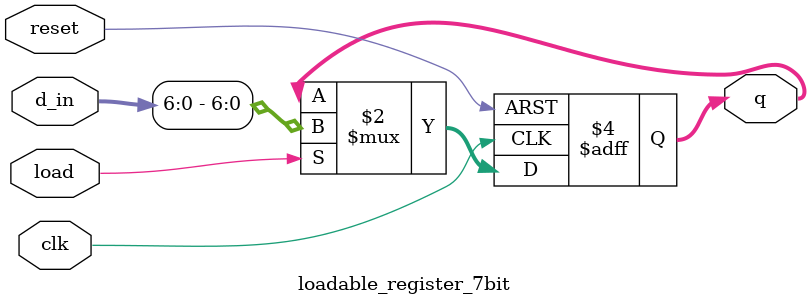
<source format=v>
module loadable_register_7bit (
    input clk,            // Clock input
    input reset,          // Asynchronous reset (Active High)
    input load,           // Load enable signal (Active High)
    input [7:0] d_in,     // Data input (8-bit result from lab2c)
    output reg [6:0] q    // Registered data output (7-bit display)
);

// The 'always @' block is sensitive to the clock (posedge clk) 
// and the asynchronous reset (posedge reset).
always @(posedge clk or posedge reset) begin
    if (reset) begin
        // Asynchronous reset: Clear the register immediately
        q <= 7'h00; 
    end
    else if (load) begin
        // Synchronous load: Capture the lower 7 bits of the 8-bit data input
        q <= d_in[6:0]; 
    end
end

endmodule
</source>
